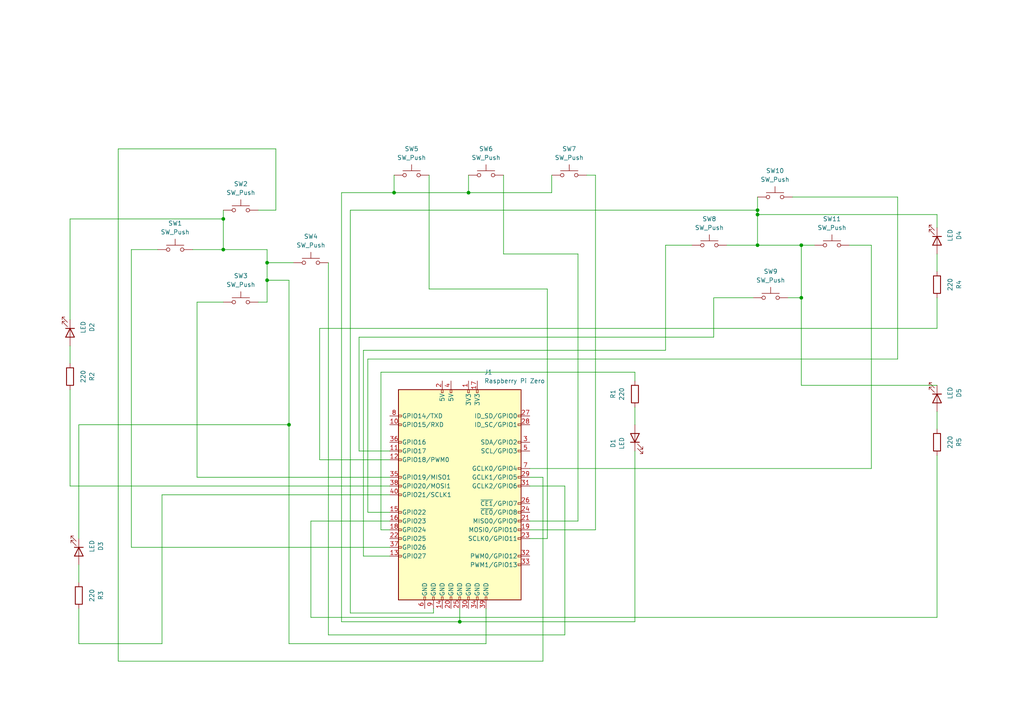
<source format=kicad_sch>
(kicad_sch (version 20211123) (generator eeschema)
  (paper "A4")
  (lib_symbols
    (symbol "Connector:Raspberry_Pi_2_3" (pin_names (offset 1.016))
      (property "Reference" "J" (at -17.78 31.75 0))
      (property "Value" "Raspberry_Pi_2_3" (at 10.16 -31.75 0))
      (symbol "Raspberry_Pi_2_3_0_1"
        (rectangle (start -17.78 30.48) (end 17.78 -30.48) (stroke (width 0.254)) (fill (type background)))
      )
      (symbol "Raspberry_Pi_2_3_1_1"
        (rectangle (start -16.891 -17.526) (end -17.78 -18.034))
        (rectangle (start -16.891 -14.986) (end -17.78 -15.494))
        (rectangle (start -16.891 -12.446) (end -17.78 -12.954))
        (rectangle (start -16.891 -9.906) (end -17.78 -10.414))
        (rectangle (start -16.891 -7.366) (end -17.78 -7.874))
        (rectangle (start -16.891 -4.826) (end -17.78 -5.334))
        (rectangle (start -16.891 0.254) (end -17.78 -0.254))
        (rectangle (start -16.891 2.794) (end -17.78 2.286))
        (rectangle (start -16.891 5.334) (end -17.78 4.826))
        (rectangle (start -16.891 10.414) (end -17.78 9.906))
        (rectangle (start -16.891 12.954) (end -17.78 12.446))
        (rectangle (start -16.891 15.494) (end -17.78 14.986))
        (rectangle (start -16.891 20.574) (end -17.78 20.066))
        (rectangle (start -16.891 23.114) (end -17.78 22.606))
        (rectangle (start -10.414 -29.591) (end -9.906 -30.48))
        (rectangle (start -7.874 -29.591) (end -7.366 -30.48))
        (rectangle (start -5.334 -29.591) (end -4.826 -30.48))
        (rectangle (start -5.334 30.48) (end -4.826 29.591))
        (rectangle (start -2.794 -29.591) (end -2.286 -30.48))
        (rectangle (start -2.794 30.48) (end -2.286 29.591))
        (rectangle (start -0.254 -29.591) (end 0.254 -30.48))
        (rectangle (start 2.286 -29.591) (end 2.794 -30.48))
        (rectangle (start 2.286 30.48) (end 2.794 29.591))
        (rectangle (start 4.826 -29.591) (end 5.334 -30.48))
        (rectangle (start 4.826 30.48) (end 5.334 29.591))
        (rectangle (start 7.366 -29.591) (end 7.874 -30.48))
        (rectangle (start 17.78 -20.066) (end 16.891 -20.574))
        (rectangle (start 17.78 -17.526) (end 16.891 -18.034))
        (rectangle (start 17.78 -12.446) (end 16.891 -12.954))
        (rectangle (start 17.78 -9.906) (end 16.891 -10.414))
        (rectangle (start 17.78 -7.366) (end 16.891 -7.874))
        (rectangle (start 17.78 -4.826) (end 16.891 -5.334))
        (rectangle (start 17.78 -2.286) (end 16.891 -2.794))
        (rectangle (start 17.78 2.794) (end 16.891 2.286))
        (rectangle (start 17.78 5.334) (end 16.891 4.826))
        (rectangle (start 17.78 7.874) (end 16.891 7.366))
        (rectangle (start 17.78 12.954) (end 16.891 12.446))
        (rectangle (start 17.78 15.494) (end 16.891 14.986))
        (rectangle (start 17.78 20.574) (end 16.891 20.066))
        (rectangle (start 17.78 23.114) (end 16.891 22.606))
        (pin power_in line (at 2.54 33.02 270) (length 2.54) (name "3V3") (number "1"))
        (pin bidirectional line (at -20.32 20.32 0) (length 2.54) (name "GPIO15/RXD") (number "10"))
        (pin bidirectional line (at -20.32 12.7 0) (length 2.54) (name "GPIO17") (number "11"))
        (pin bidirectional line (at -20.32 10.16 0) (length 2.54) (name "GPIO18/PWM0") (number "12"))
        (pin bidirectional line (at -20.32 -17.78 0) (length 2.54) (name "GPIO27") (number "13"))
        (pin power_in line (at -5.08 -33.02 90) (length 2.54) (name "GND") (number "14"))
        (pin bidirectional line (at -20.32 -5.08 0) (length 2.54) (name "GPIO22") (number "15"))
        (pin bidirectional line (at -20.32 -7.62 0) (length 2.54) (name "GPIO23") (number "16"))
        (pin power_in line (at 5.08 33.02 270) (length 2.54) (name "3V3") (number "17"))
        (pin bidirectional line (at -20.32 -10.16 0) (length 2.54) (name "GPIO24") (number "18"))
        (pin bidirectional line (at 20.32 -10.16 180) (length 2.54) (name "MOSI0/GPIO10") (number "19"))
        (pin power_in line (at -5.08 33.02 270) (length 2.54) (name "5V") (number "2"))
        (pin power_in line (at -2.54 -33.02 90) (length 2.54) (name "GND") (number "20"))
        (pin bidirectional line (at 20.32 -7.62 180) (length 2.54) (name "MISO0/GPIO9") (number "21"))
        (pin bidirectional line (at -20.32 -12.7 0) (length 2.54) (name "GPIO25") (number "22"))
        (pin bidirectional line (at 20.32 -12.7 180) (length 2.54) (name "SCLK0/GPIO11") (number "23"))
        (pin bidirectional line (at 20.32 -5.08 180) (length 2.54) (name "~{CE0}/GPIO8") (number "24"))
        (pin power_in line (at 0 -33.02 90) (length 2.54) (name "GND") (number "25"))
        (pin bidirectional line (at 20.32 -2.54 180) (length 2.54) (name "~{CE1}/GPIO7") (number "26"))
        (pin bidirectional line (at 20.32 22.86 180) (length 2.54) (name "ID_SD/GPIO0") (number "27"))
        (pin bidirectional line (at 20.32 20.32 180) (length 2.54) (name "ID_SC/GPIO1") (number "28"))
        (pin bidirectional line (at 20.32 5.08 180) (length 2.54) (name "GCLK1/GPIO5") (number "29"))
        (pin bidirectional line (at 20.32 15.24 180) (length 2.54) (name "SDA/GPIO2") (number "3"))
        (pin power_in line (at 2.54 -33.02 90) (length 2.54) (name "GND") (number "30"))
        (pin bidirectional line (at 20.32 2.54 180) (length 2.54) (name "GCLK2/GPIO6") (number "31"))
        (pin bidirectional line (at 20.32 -17.78 180) (length 2.54) (name "PWM0/GPIO12") (number "32"))
        (pin bidirectional line (at 20.32 -20.32 180) (length 2.54) (name "PWM1/GPIO13") (number "33"))
        (pin power_in line (at 5.08 -33.02 90) (length 2.54) (name "GND") (number "34"))
        (pin bidirectional line (at -20.32 5.08 0) (length 2.54) (name "GPIO19/MISO1") (number "35"))
        (pin bidirectional line (at -20.32 15.24 0) (length 2.54) (name "GPIO16") (number "36"))
        (pin bidirectional line (at -20.32 -15.24 0) (length 2.54) (name "GPIO26") (number "37"))
        (pin bidirectional line (at -20.32 2.54 0) (length 2.54) (name "GPIO20/MOSI1") (number "38"))
        (pin power_in line (at 7.62 -33.02 90) (length 2.54) (name "GND") (number "39"))
        (pin power_in line (at -2.54 33.02 270) (length 2.54) (name "5V") (number "4"))
        (pin bidirectional line (at -20.32 0 0) (length 2.54) (name "GPIO21/SCLK1") (number "40"))
        (pin bidirectional line (at 20.32 12.7 180) (length 2.54) (name "SCL/GPIO3") (number "5"))
        (pin power_in line (at -10.16 -33.02 90) (length 2.54) (name "GND") (number "6"))
        (pin bidirectional line (at 20.32 7.62 180) (length 2.54) (name "GCLK0/GPIO4") (number "7"))
        (pin bidirectional line (at -20.32 22.86 0) (length 2.54) (name "GPIO14/TXD") (number "8"))
        (pin power_in line (at -7.62 -33.02 90) (length 2.54) (name "GND") (number "9"))
      )
    )
    (symbol "Device:LED" (pin_numbers hide) (pin_names (offset 1.016) hide)
      (property "Reference" "D" (at 0 2.54 0))
      (property "Value" "LED" (at 0 -2.54 0))
      (symbol "LED_0_1"
        (polyline (pts (xy -1.27 -1.27) (xy -1.27 1.27)) (stroke (width 0.254)))
        (polyline (pts (xy -1.27 0) (xy 1.27 0)))
        (polyline (pts (xy 1.27 -1.27) (xy 1.27 1.27) (xy -1.27 0) (xy 1.27 -1.27)) (stroke (width 0.254)))
        (polyline (pts (xy -3.048 -0.762) (xy -4.572 -2.286) (xy -3.81 -2.286) (xy -4.572 -2.286) (xy -4.572 -1.524)))
        (polyline (pts (xy -1.778 -0.762) (xy -3.302 -2.286) (xy -2.54 -2.286) (xy -3.302 -2.286) (xy -3.302 -1.524)))
      )
      (symbol "LED_1_1"
        (pin passive line (at -3.81 0 0) (length 2.54) (name "K") (number "1"))
        (pin passive line (at 3.81 0 180) (length 2.54) (name "A") (number "2"))
      )
    )
    (symbol "Device:R" (pin_numbers hide) (pin_names (offset 0))
      (property "Reference" "R" (at 2.032 0 90))
      (property "Value" "R" (at 0 0 90))
      (symbol "R_0_1"
        (rectangle (start -1.016 -2.54) (end 1.016 2.54) (stroke (width 0.254)))
      )
      (symbol "R_1_1"
        (pin passive line (at 0 3.81 270) (length 1.27) (name "~") (number "1"))
        (pin passive line (at 0 -3.81 90) (length 1.27) (name "~") (number "2"))
      )
    )
    (symbol "Switch:SW_Push" (pin_numbers hide) (pin_names (offset 1.016) hide)
      (property "Reference" "SW" (at 1.27 2.54 0))
      (property "Value" "SW_Push" (at 0 -1.524 0))
      (symbol "SW_Push_0_1"
        (circle (center -2.032 0) (radius 0.508))
        (polyline (pts (xy 0 1.27) (xy 0 3.048)))
        (polyline (pts (xy 2.54 1.27) (xy -2.54 1.27)))
        (circle (center 2.032 0) (radius 0.508))
        (pin passive line (at -5.08 0 0) (length 2.54) (name "1") (number "1"))
        (pin passive line (at 5.08 0 180) (length 2.54) (name "2") (number "2"))
      )
    )
  )
  (junction (at 219.71 60.96))
  (junction (at 219.71 62.23))
  (junction (at 77.47 76.2))
  (junction (at 232.41 86.36))
  (junction (at 232.41 71.12))
  (junction (at 83.82 123.19))
  (junction (at 114.3 55.88))
  (junction (at 219.71 71.12))
  (junction (at 64.77 72.39))
  (junction (at 133.35 180.34))
  (junction (at 135.89 55.88))
  (junction (at 64.77 63.5))
  (junction (at 77.47 81.28))
  (wire (pts (xy 105.41 161.29) (xy 113.03 161.29)))
  (wire (pts (xy 90.17 179.07) (xy 271.78 179.07)))
  (wire (pts (xy 167.64 151.13) (xy 153.67 151.13)))
  (wire (pts (xy 83.82 123.19) (xy 83.82 186.69)))
  (wire (pts (xy 157.48 138.43) (xy 157.48 191.77)))
  (wire (pts (xy 114.3 55.88) (xy 135.89 55.88)))
  (wire (pts (xy 57.15 138.43) (xy 113.03 138.43)))
  (wire (pts (xy 207.01 86.36) (xy 207.01 97.79)))
  (wire (pts (xy 104.14 97.79) (xy 104.14 130.81)))
  (wire (pts (xy 125.73 176.53) (xy 125.73 177.8)))
  (wire (pts (xy 232.41 86.36) (xy 232.41 71.12)))
  (wire (pts (xy 57.15 87.63) (xy 64.77 87.63)))
  (wire (pts (xy 157.48 191.77) (xy 34.29 191.77)))
  (wire (pts (xy 219.71 71.12) (xy 219.71 62.23)))
  (wire (pts (xy 158.75 83.82) (xy 158.75 156.21)))
  (wire (pts (xy 219.71 62.23) (xy 219.71 60.96)))
  (wire (pts (xy 163.83 184.15) (xy 163.83 140.97)))
  (wire (pts (xy 38.1 72.39) (xy 38.1 158.75)))
  (wire (pts (xy 64.77 63.5) (xy 64.77 72.39)))
  (wire (pts (xy 64.77 60.96) (xy 64.77 63.5)))
  (wire (pts (xy 38.1 158.75) (xy 113.03 158.75)))
  (wire (pts (xy 95.25 184.15) (xy 163.83 184.15)))
  (wire (pts (xy 210.82 71.12) (xy 219.71 71.12)))
  (wire (pts (xy 38.1 72.39) (xy 45.72 72.39)))
  (wire (pts (xy 193.04 71.12) (xy 200.66 71.12)))
  (wire (pts (xy 184.15 123.19) (xy 184.15 118.11)))
  (wire (pts (xy 92.71 95.25) (xy 271.78 95.25)))
  (wire (pts (xy 77.47 76.2) (xy 77.47 72.39)))
  (wire (pts (xy 77.47 76.2) (xy 85.09 76.2)))
  (wire (pts (xy 80.01 60.96) (xy 74.93 60.96)))
  (wire (pts (xy 101.6 60.96) (xy 219.71 60.96)))
  (wire (pts (xy 104.14 130.81) (xy 113.03 130.81)))
  (wire (pts (xy 271.78 66.04) (xy 271.78 62.23)))
  (wire (pts (xy 110.49 153.67) (xy 113.03 153.67)))
  (wire (pts (xy 113.03 140.97) (xy 20.32 140.97)))
  (wire (pts (xy 219.71 71.12) (xy 232.41 71.12)))
  (wire (pts (xy 113.03 148.59) (xy 106.68 148.59)))
  (wire (pts (xy 20.32 63.5) (xy 64.77 63.5)))
  (wire (pts (xy 184.15 180.34) (xy 133.35 180.34)))
  (wire (pts (xy 22.86 163.83) (xy 22.86 168.91)))
  (wire (pts (xy 101.6 177.8) (xy 101.6 60.96)))
  (wire (pts (xy 172.72 50.8) (xy 172.72 153.67)))
  (wire (pts (xy 163.83 140.97) (xy 153.67 140.97)))
  (wire (pts (xy 135.89 50.8) (xy 135.89 55.88)))
  (wire (pts (xy 99.06 180.34) (xy 99.06 55.88)))
  (wire (pts (xy 271.78 119.38) (xy 271.78 124.46)))
  (wire (pts (xy 184.15 130.81) (xy 184.15 180.34)))
  (wire (pts (xy 106.68 104.14) (xy 260.35 104.14)))
  (wire (pts (xy 20.32 92.71) (xy 20.32 63.5)))
  (wire (pts (xy 77.47 87.63) (xy 74.93 87.63)))
  (wire (pts (xy 271.78 179.07) (xy 271.78 132.08)))
  (wire (pts (xy 146.05 50.8) (xy 146.05 73.66)))
  (wire (pts (xy 57.15 87.63) (xy 57.15 138.43)))
  (wire (pts (xy 20.32 100.33) (xy 20.32 105.41)))
  (wire (pts (xy 167.64 73.66) (xy 167.64 151.13)))
  (wire (pts (xy 22.86 156.21) (xy 22.86 123.19)))
  (wire (pts (xy 46.99 143.51) (xy 46.99 186.69)))
  (wire (pts (xy 105.41 101.6) (xy 105.41 161.29)))
  (wire (pts (xy 105.41 101.6) (xy 193.04 101.6)))
  (wire (pts (xy 228.6 86.36) (xy 232.41 86.36)))
  (wire (pts (xy 90.17 151.13) (xy 90.17 179.07)))
  (wire (pts (xy 172.72 50.8) (xy 170.18 50.8)))
  (wire (pts (xy 46.99 186.69) (xy 22.86 186.69)))
  (wire (pts (xy 99.06 55.88) (xy 114.3 55.88)))
  (wire (pts (xy 184.15 110.49) (xy 184.15 107.95)))
  (wire (pts (xy 83.82 81.28) (xy 77.47 81.28)))
  (wire (pts (xy 271.78 62.23) (xy 219.71 62.23)))
  (wire (pts (xy 34.29 43.18) (xy 80.01 43.18)))
  (wire (pts (xy 77.47 81.28) (xy 77.47 76.2)))
  (wire (pts (xy 113.03 151.13) (xy 90.17 151.13)))
  (wire (pts (xy 252.73 71.12) (xy 252.73 135.89)))
  (wire (pts (xy 207.01 86.36) (xy 218.44 86.36)))
  (wire (pts (xy 22.86 123.19) (xy 83.82 123.19)))
  (wire (pts (xy 22.86 186.69) (xy 22.86 176.53)))
  (wire (pts (xy 113.03 143.51) (xy 46.99 143.51)))
  (wire (pts (xy 153.67 153.67) (xy 172.72 153.67)))
  (wire (pts (xy 135.89 55.88) (xy 160.02 55.88)))
  (wire (pts (xy 252.73 135.89) (xy 153.67 135.89)))
  (wire (pts (xy 232.41 71.12) (xy 236.22 71.12)))
  (wire (pts (xy 193.04 101.6) (xy 193.04 71.12)))
  (wire (pts (xy 80.01 43.18) (xy 80.01 60.96)))
  (wire (pts (xy 83.82 81.28) (xy 83.82 123.19)))
  (wire (pts (xy 133.35 176.53) (xy 133.35 180.34)))
  (wire (pts (xy 158.75 83.82) (xy 124.46 83.82)))
  (wire (pts (xy 64.77 72.39) (xy 55.88 72.39)))
  (wire (pts (xy 77.47 72.39) (xy 64.77 72.39)))
  (wire (pts (xy 232.41 111.76) (xy 232.41 86.36)))
  (wire (pts (xy 104.14 97.79) (xy 207.01 97.79)))
  (wire (pts (xy 83.82 186.69) (xy 140.97 186.69)))
  (wire (pts (xy 271.78 111.76) (xy 232.41 111.76)))
  (wire (pts (xy 106.68 148.59) (xy 106.68 104.14)))
  (wire (pts (xy 34.29 191.77) (xy 34.29 43.18)))
  (wire (pts (xy 92.71 133.35) (xy 92.71 95.25)))
  (wire (pts (xy 110.49 107.95) (xy 184.15 107.95)))
  (wire (pts (xy 124.46 50.8) (xy 124.46 83.82)))
  (wire (pts (xy 260.35 104.14) (xy 260.35 57.15)))
  (wire (pts (xy 146.05 73.66) (xy 167.64 73.66)))
  (wire (pts (xy 157.48 138.43) (xy 153.67 138.43)))
  (wire (pts (xy 219.71 60.96) (xy 219.71 57.15)))
  (wire (pts (xy 160.02 50.8) (xy 160.02 55.88)))
  (wire (pts (xy 20.32 140.97) (xy 20.32 113.03)))
  (wire (pts (xy 125.73 177.8) (xy 101.6 177.8)))
  (wire (pts (xy 113.03 133.35) (xy 92.71 133.35)))
  (wire (pts (xy 271.78 73.66) (xy 271.78 78.74)))
  (wire (pts (xy 114.3 50.8) (xy 114.3 55.88)))
  (wire (pts (xy 158.75 156.21) (xy 153.67 156.21)))
  (wire (pts (xy 271.78 95.25) (xy 271.78 86.36)))
  (wire (pts (xy 133.35 180.34) (xy 99.06 180.34)))
  (wire (pts (xy 252.73 71.12) (xy 246.38 71.12)))
  (wire (pts (xy 260.35 57.15) (xy 229.87 57.15)))
  (wire (pts (xy 110.49 107.95) (xy 110.49 153.67)))
  (wire (pts (xy 140.97 186.69) (xy 140.97 176.53)))
  (wire (pts (xy 77.47 81.28) (xy 77.47 87.63)))
  (wire (pts (xy 95.25 76.2) (xy 95.25 184.15)))
  (symbol (lib_id "Switch:SW_Push") (at 223.52 86.36 0) (unit 1)
    (property "Reference" "SW9" (at 223.52 78.74 0))
    (property "Value" "SW_Push" (at 223.52 81.28 0))
    (property "Footprint" "Button_Switch_THT:SW_PUSH_6mm_H5mm" (effects hide))
  )
  (symbol (lib_id "Switch:SW_Push") (at 69.85 87.63 0) (unit 1)
    (property "Reference" "SW3" (at 69.85 80.01 0))
    (property "Value" "SW_Push" (at 69.85 82.55 0))
    (property "Footprint" "Button_Switch_THT:SW_PUSH_6mm_H5mm" (effects hide))
  )
  (symbol (lib_id "Device:LED") (at 271.78 69.85 270) (unit 1)
    (property "Reference" "D4" (at 278.13 68.2625 0))
    (property "Value" "LED" (at 275.59 68.2625 0))
    (property "Footprint" "LED_THT:LED_D5.0mm" (effects hide))
  )
  (symbol (lib_id "Switch:SW_Push") (at 165.1 50.8 0) (unit 1)
    (property "Reference" "SW7" (at 165.1 43.18 0))
    (property "Value" "SW_Push" (at 165.1 45.72 0))
    (property "Footprint" "Button_Switch_THT:SW_PUSH_6mm_H5mm" (effects hide))
  )
  (symbol (lib_id "Device:LED") (at 20.32 96.52 270) (unit 1)
    (property "Reference" "D2" (at 26.67 94.9325 0))
    (property "Value" "LED" (at 24.13 94.9325 0))
    (property "Footprint" "LED_THT:LED_D5.0mm" (effects hide))
  )
  (symbol (lib_id "Switch:SW_Push") (at 90.17 76.2 0) (unit 1)
    (property "Reference" "SW4" (at 90.17 68.58 0))
    (property "Value" "SW_Push" (at 90.17 71.12 0))
    (property "Footprint" "Button_Switch_THT:SW_PUSH_6mm_H5mm" (effects hide))
  )
  (symbol (lib_id "Device:LED") (at 22.86 160.02 270) (unit 1)
    (property "Reference" "D3" (at 29.21 158.4325 0))
    (property "Value" "LED" (at 26.67 158.4325 0))
    (property "Footprint" "LED_THT:LED_D5.0mm" (effects hide))
  )
  (symbol (lib_id "Device:LED") (at 271.78 115.57 270) (unit 1)
    (property "Reference" "D5" (at 278.13 113.9825 0))
    (property "Value" "LED" (at 275.59 113.9825 0))
    (property "Footprint" "LED_THT:LED_D5.0mm" (effects hide))
  )
  (symbol (lib_id "Device:R") (at 184.15 114.3 180) (unit 1)
    (property "Reference" "R1" (at 177.8 114.3 90))
    (property "Value" "220" (at 180.34 114.3 90))
    (property "Footprint" "Resistor_THT:R_Axial_DIN0204_L3.6mm_D1.6mm_P7.62mm_Horizontal" (effects hide))
  )
  (symbol (lib_id "Switch:SW_Push") (at 119.38 50.8 0) (unit 1)
    (property "Reference" "SW5" (at 119.38 43.18 0))
    (property "Value" "SW_Push" (at 119.38 45.72 0))
    (property "Footprint" "Button_Switch_THT:SW_PUSH_6mm_H5mm" (effects hide))
  )
  (symbol (lib_id "Switch:SW_Push") (at 140.97 50.8 0) (unit 1)
    (property "Reference" "SW6" (at 140.97 43.18 0))
    (property "Value" "SW_Push" (at 140.97 45.72 0))
    (property "Footprint" "Button_Switch_THT:SW_PUSH_6mm_H5mm" (effects hide))
  )
  (symbol (lib_id "Device:R") (at 20.32 109.22 0) (unit 1)
    (property "Reference" "R2" (at 26.67 109.22 90))
    (property "Value" "220" (at 24.13 109.22 90))
    (property "Footprint" "Resistor_THT:R_Axial_DIN0204_L3.6mm_D1.6mm_P7.62mm_Horizontal" (effects hide))
  )
  (symbol (lib_id "Device:R") (at 22.86 172.72 0) (unit 1)
    (property "Reference" "R3" (at 29.21 172.72 90))
    (property "Value" "220" (at 26.67 172.72 90))
    (property "Footprint" "Resistor_THT:R_Axial_DIN0204_L3.6mm_D1.6mm_P7.62mm_Horizontal" (effects hide))
  )
  (symbol (lib_id "Switch:SW_Push") (at 205.74 71.12 0) (unit 1)
    (property "Reference" "SW8" (at 205.74 63.5 0))
    (property "Value" "SW_Push" (at 205.74 66.04 0))
    (property "Footprint" "Button_Switch_THT:SW_PUSH_6mm_H5mm" (effects hide))
  )
  (symbol (lib_id "Device:R") (at 271.78 128.27 0) (unit 1)
    (property "Reference" "R5" (at 278.13 128.27 90))
    (property "Value" "220" (at 275.59 128.27 90))
    (property "Footprint" "Resistor_THT:R_Axial_DIN0204_L3.6mm_D1.6mm_P7.62mm_Horizontal" (effects hide))
  )
  (symbol (lib_id "Device:R") (at 271.78 82.55 0) (unit 1)
    (property "Reference" "R4" (at 278.13 82.55 90))
    (property "Value" "220" (at 275.59 82.55 90))
    (property "Footprint" "Resistor_THT:R_Axial_DIN0204_L3.6mm_D1.6mm_P7.62mm_Horizontal" (effects hide))
  )
  (symbol (lib_id "Switch:SW_Push") (at 69.85 60.96 0) (unit 1)
    (property "Reference" "SW2" (at 69.85 53.34 0))
    (property "Value" "SW_Push" (at 69.85 55.88 0))
    (property "Footprint" "Button_Switch_THT:SW_PUSH_6mm_H5mm" (effects hide))
  )
  (symbol (lib_id "Switch:SW_Push") (at 224.79 57.15 0) (unit 1)
    (property "Reference" "SW10" (at 224.79 49.53 0))
    (property "Value" "SW_Push" (at 224.79 52.07 0))
    (property "Footprint" "Button_Switch_THT:SW_PUSH_6mm_H5mm" (effects hide))
  )
  (symbol (lib_id "Connector:Raspberry_Pi_2_3") (at 133.35 143.51 0) (unit 1)
    (property "Reference" "J1" (at 140.4494 107.95 0) (effects (justify left)))
    (property "Value" "Raspberry Pi Zero" (at 140.4494 110.49 0) (effects (justify left)))
    (property "Footprint" "Connector_PinHeader_2.54mm:PinHeader_2x20_P2.54mm_Vertical" (effects hide))
    (property "Datasheet" "https://www.raspberrypi.org/documentation/hardware/raspberrypi/schematics/rpi_SCH_3bplus_1p0_reduced.pdf" (effects hide))
  )
  (symbol (lib_id "Device:LED") (at 184.15 127 90) (unit 1)
    (property "Reference" "D1" (at 177.8 128.5875 0))
    (property "Value" "LED" (at 180.34 128.5875 0))
    (property "Footprint" "LED_THT:LED_D3.0mm_Horizontal_O1.27mm_Z2.0mm" (effects hide))
  )
  (symbol (lib_id "Switch:SW_Push") (at 50.8 72.39 0) (unit 1)
    (property "Reference" "SW1" (at 50.8 64.77 0))
    (property "Value" "SW_Push" (at 50.8 67.31 0))
    (property "Footprint" "Button_Switch_THT:SW_PUSH_6mm_H5mm" (effects hide))
  )
  (symbol (lib_id "Switch:SW_Push") (at 241.3 71.12 0) (unit 1)
    (property "Reference" "SW11" (at 241.3 63.5 0))
    (property "Value" "SW_Push" (at 241.3 66.04 0))
    (property "Footprint" "Button_Switch_THT:SW_PUSH_6mm_H5mm" (effects hide))
  )
)
</source>
